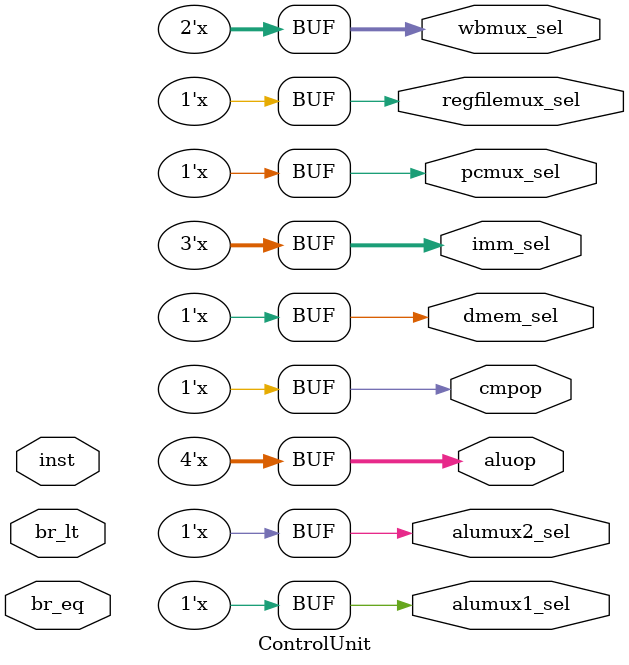
<source format=v>
module ControlUnit(inst,br_eq,br_lt,pcmux_sel,imm_sel,regfilemux_sel,cmpop,alumux2_sel,alumux1_sel,aluop,dmem_sel,wbmux_sel);

input [31:0]inst;
input br_eq,br_lt;

reg [14:0]data; //cau truc: pcmux_sel_imm_sel_regfilemux_sel_cmpop_alumux2_sel_alumux1_sel_aluop_dmem_sel_wbmux_sel
				//----  	  [14]    [13:11]      [10]       [9]      [8]       [7]     [6:3]     [2]     [1:0]     -->tổng số bit = 15	
output reg pcmux_sel,regfilemux_sel,cmpop,alumux2_sel,alumux1_sel,dmem_sel;
output reg [2:0]imm_sel;
output reg [1:0]wbmux_sel;
output reg [3:0]aluop;
//-----------------------------------------------------------------------------------------------------
// inst[6:2]
localparam R =5'b01100;
localparam Ic=5'b00100;
localparam Il=5'b00000;
localparam S =5'b01000;
localparam B =5'b11000;
localparam J =5'b11011;

// inst[14:12]
//000
localparam _add_sub=3'b000;
localparam _addi=3'b000;
localparam _beq=3'b000;
localparam _jalr=3'b000;
//001
localparam _sll=3'b001;
localparam _slli=3'b001;
localparam _bne=3'b001;
//010      
localparam _slt=3'b010;
localparam _slti=3'b010;
localparam _sw=3'b010;
//011      
localparam _sltu=3'b011;
localparam _sltui=3'b011;
localparam _lw=3'b011;
//100      
localparam _xor =3'b100;
localparam _xori=3'b100;
localparam _blt=3'b100;
//101      
localparam _srl_sra=3'b101;
localparam _srli_srai=3'b101;
localparam _bge=3'b101;
//110      
localparam _or=3'b110;
localparam _ori=3'b110;
localparam _bltu=3'b110;
//111      
localparam _and=3'b111;
localparam _andi=3'b111;
localparam _bgeu=3'b111;
//---------------------------------------------------------------------------------------------------
//chay
always @ (*) begin
case(inst[6:2])
	R: begin
		case(inst[14:12])
		_add_sub:
			begin
				if (inst[30]) data <= 15'b 0_000_1_0_0_0_0001_0_01;
				else data <= 15'b 0_000_1_0_0_0_0000_0_01;
			end
		_sll:  data <= 15'b 0_000_1_0_0_0_0010_0_01;
		_slt:  data <= 15'b 0_000_1_0_0_0_0011_0_01;
		_sltu: data <= 15'b 0_000_1_0_0_0_0100_0_01;
		_xor:  data <= 15'b 0_000_1_0_0_0_0101_0_01;
		_srl_sra:
			begin
				if (inst[30]) data <= 15'b 0_000_1_0_0_0_0111_0_01;
				else data <= 15'b 0_000_1_0_0_0_0110_0_01;
			end
		_or:data <= 15'b 0_000_1_0_0_0_1000_0_01;
		_and:data <= 15'b 0_000_1_0_0_0_1001_0_01;
		endcase
		end
    Ic: begin
			case(inst[14:12])
			_addi:data <= 15'b 0_000_1_0_1_0_0000_0_01;
			_slti:data <= 15'b 0_000_1_0_1_0_0011_0_01;
			_sltui:data <= 15'b 0_000_1_0_1_0_0100_0_01;
			_xori:data <= 15'b 0_000_1_0_1_0_0101_0_01;
			_ori:data <= 15'b 0_000_1_0_1_0_1000_0_01;
			_andi:data <= 15'b 0_000_1_0_1_0_1001_0_01;
			_slli:data <= 15'b 0_000_1_0_1_0_0010_0_01;
			_srli_srai:
				begin
					if (inst[30]) data <= 15'b 0_000_1_0_1_0_0111_0_01;
					else data <= 15'b 0_000_1_0_1_0_0110_0_01;
				end
			endcase
		end
    Il:	begin
			case(inst[14:12])
			_lw: data <= 15'b 0_001_0_0_1_0_0000_1_00;
			endcase
		end
    S:	begin
			case(inst[14:12])
			_sw: data <= 15'b 0_000_1_0_1_0_0000_0_00;
			endcase
		end
	B: 	begin
			case(inst[14:12])
			_beq:begin
					if(br_eq)  data <= 15'b 1_010_0_0_1_1_0000_0_00;
					else  data <= 15'b 0_010_0_0_1_1_0000_0_00;
				end
			_bne:begin
					if(br_eq)  data <= 15'b 0_010_0_0_1_1_0000_0_00;
					else  data <= 15'b 1_010_0_0_1_1_0000_0_00;
				end
			_blt:begin
					if(br_lt)  data <= 15'b 1_010_0_0_1_1_0000_0_00;
					else  data <= 15'b 0_010_0_0_1_1_0000_0_00;
				end
			_bge:begin
					if(br_eq==1 || br_lt==0)  data <= 15'b 1_010_0_0_1_1_0000_0_00;
					else  data <= 15'b 0_010_0_0_1_1_0000_0_00;
				end
			_bltu:begin
					if(br_lt==1) data <= 15'b 1_010_0_1_1_1_0000_0_00;
					else data <= 15'b 0_010_0_1_1_1_0000_0_00;
				end
			_bgeu:begin
					if(br_eq==1 || br_lt==0) data <= 15'b 1_010_0_1_1_1_0000_0_00;
					else data <= 15'b 0_010_0_1_1_1_0000_0_00;
				end
			endcase
		end
    J:	begin
			if (inst[14:12]==3'b000) data <= 15'b 1_000_1_0_1_0_0000_0_10;
			else data <= 15'b 1_100_1_0_1_1_0000_0_10;
		end
endcase

//đưa các tín hiệu đến các module
pcmux_sel<= data[14];
imm_sel <=data[13:11];
regfilemux_sel <=data[10];
cmpop <= data[9];
alumux2_sel <= data[8];
alumux1_sel <= data[7];
aluop <= data[6:3];
dmem_sel <= data[2];
wbmux_sel <= data[1:0];
end
endmodule

</source>
